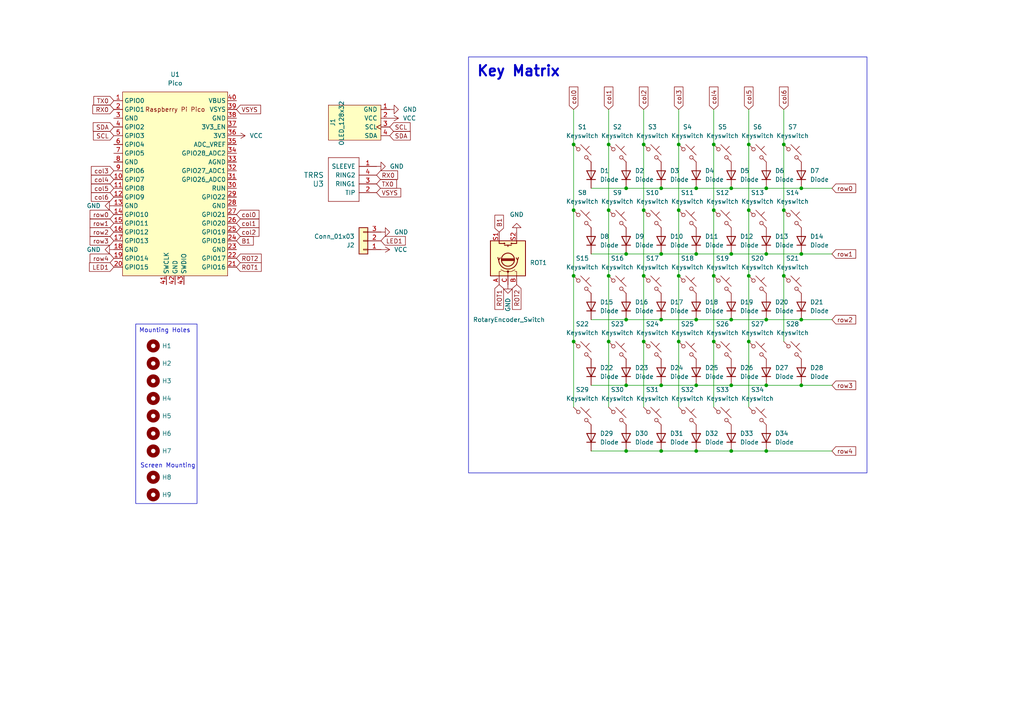
<source format=kicad_sch>
(kicad_sch (version 20230121) (generator eeschema)
  (paper "A4")
  (title_block (title "WackyMXter"))
  (lib_symbols
    (symbol "Connector_Generic:Conn_01x03" (pin_names (offset 1.016) hide)
      (property "Reference" "J" (at 0 5.08 0))
      (property "Value" "Conn_01x03" (at 0 -5.08 0))
      (symbol "Conn_01x03_1_1"
        (rectangle (start -1.27 -2.413) (end 0 -2.667) (stroke (width 0.1524)))
        (rectangle (start -1.27 0.127) (end 0 -0.127) (stroke (width 0.1524)))
        (rectangle (start -1.27 2.667) (end 0 2.413) (stroke (width 0.1524)))
        (rectangle (start -1.27 3.81) (end 1.27 -3.81) (stroke (width 0.254)) (fill (type background)))
        (pin passive line (at -5.08 2.54 0) (length 3.81) (name "Pin_1") (number "1"))
        (pin passive line (at -5.08 0 0) (length 3.81) (name "Pin_2") (number "2"))
        (pin passive line (at -5.08 -2.54 0) (length 3.81) (name "Pin_3") (number "3"))
      )
    )
    (symbol "Device:RotaryEncoder_Switch" (pin_names (offset 0.254) hide)
      (property "Reference" "SW" (at 0 6.604 0))
      (property "Value" "RotaryEncoder_Switch" (at 0 -6.604 0))
      (symbol "RotaryEncoder_Switch_0_1"
        (rectangle (start -5.08 5.08) (end 5.08 -5.08) (stroke (width 0.254)) (fill (type background)))
        (circle (center -3.81 0) (radius 0.254) (fill (type outline)))
        (circle (center -0.381 0) (radius 1.905) (stroke (width 0.254)))
        (arc (start -0.381 2.667) (mid -3.0988 -0.0635) (end -0.381 -2.794) (stroke (width 0.254)))
        (polyline (pts (xy -0.635 -1.778) (xy -0.635 1.778)) (stroke (width 0.254)))
        (polyline (pts (xy -0.381 -1.778) (xy -0.381 1.778)) (stroke (width 0.254)))
        (polyline (pts (xy -0.127 1.778) (xy -0.127 -1.778)) (stroke (width 0.254)))
        (polyline (pts (xy 3.81 0) (xy 3.429 0)) (stroke (width 0.254)))
        (polyline (pts (xy 3.81 1.016) (xy 3.81 -1.016)) (stroke (width 0.254)))
        (polyline (pts (xy -5.08 -2.54) (xy -3.81 -2.54) (xy -3.81 -2.032)))
        (polyline (pts (xy -5.08 2.54) (xy -3.81 2.54) (xy -3.81 2.032)))
        (polyline (pts (xy 0.254 -3.048) (xy -0.508 -2.794) (xy 0.127 -2.413)) (stroke (width 0.254)))
        (polyline (pts (xy 0.254 2.921) (xy -0.508 2.667) (xy 0.127 2.286)) (stroke (width 0.254)))
        (polyline (pts (xy 5.08 -2.54) (xy 4.318 -2.54) (xy 4.318 -1.016)) (stroke (width 0.254)))
        (polyline (pts (xy 5.08 2.54) (xy 4.318 2.54) (xy 4.318 1.016)) (stroke (width 0.254)))
        (polyline (pts (xy -5.08 0) (xy -3.81 0) (xy -3.81 -1.016) (xy -3.302 -2.032)))
        (polyline (pts (xy -4.318 0) (xy -3.81 0) (xy -3.81 1.016) (xy -3.302 2.032)))
        (circle (center 4.318 -1.016) (radius 0.127) (stroke (width 0.254)))
        (circle (center 4.318 1.016) (radius 0.127) (stroke (width 0.254)))
      )
      (symbol "RotaryEncoder_Switch_1_1"
        (pin passive line (at -7.62 2.54 0) (length 2.54) (name "A") (number "A"))
        (pin passive line (at -7.62 -2.54 0) (length 2.54) (name "B") (number "B"))
        (pin passive line (at -7.62 0 0) (length 2.54) (name "C") (number "C"))
        (pin passive line (at 7.62 2.54 180) (length 2.54) (name "S1") (number "S1"))
        (pin passive line (at 7.62 -2.54 180) (length 2.54) (name "S2") (number "S2"))
      )
    )
    (symbol "MCU_RaspberryPi_and_Boards:Pico"
      (property "Reference" "U" (at -13.97 27.94 0))
      (property "Value" "Pico" (at 0 19.05 0))
      (symbol "Pico_0_0"
        (text "Raspberry Pi Pico" (at 0 21.59 0) (effects (font (size 1.27 1.27))))
      )
      (symbol "Pico_0_1"
        (rectangle (start -15.24 26.67) (end 15.24 -26.67) (fill (type background)))
      )
      (symbol "Pico_1_1"
        (pin bidirectional line (at -17.78 24.13 0) (length 2.54) (name "GPIO0") (number "1"))
        (pin bidirectional line (at -17.78 1.27 0) (length 2.54) (name "GPIO7") (number "10"))
        (pin bidirectional line (at -17.78 -1.27 0) (length 2.54) (name "GPIO8") (number "11"))
        (pin bidirectional line (at -17.78 -3.81 0) (length 2.54) (name "GPIO9") (number "12"))
        (pin power_in line (at -17.78 -6.35 0) (length 2.54) (name "GND") (number "13"))
        (pin bidirectional line (at -17.78 -8.89 0) (length 2.54) (name "GPIO10") (number "14"))
        (pin bidirectional line (at -17.78 -11.43 0) (length 2.54) (name "GPIO11") (number "15"))
        (pin bidirectional line (at -17.78 -13.97 0) (length 2.54) (name "GPIO12") (number "16"))
        (pin bidirectional line (at -17.78 -16.51 0) (length 2.54) (name "GPIO13") (number "17"))
        (pin power_in line (at -17.78 -19.05 0) (length 2.54) (name "GND") (number "18"))
        (pin bidirectional line (at -17.78 -21.59 0) (length 2.54) (name "GPIO14") (number "19"))
        (pin bidirectional line (at -17.78 21.59 0) (length 2.54) (name "GPIO1") (number "2"))
        (pin bidirectional line (at -17.78 -24.13 0) (length 2.54) (name "GPIO15") (number "20"))
        (pin bidirectional line (at 17.78 -24.13 180) (length 2.54) (name "GPIO16") (number "21"))
        (pin bidirectional line (at 17.78 -21.59 180) (length 2.54) (name "GPIO17") (number "22"))
        (pin power_in line (at 17.78 -19.05 180) (length 2.54) (name "GND") (number "23"))
        (pin bidirectional line (at 17.78 -16.51 180) (length 2.54) (name "GPIO18") (number "24"))
        (pin bidirectional line (at 17.78 -13.97 180) (length 2.54) (name "GPIO19") (number "25"))
        (pin bidirectional line (at 17.78 -11.43 180) (length 2.54) (name "GPIO20") (number "26"))
        (pin bidirectional line (at 17.78 -8.89 180) (length 2.54) (name "GPIO21") (number "27"))
        (pin power_in line (at 17.78 -6.35 180) (length 2.54) (name "GND") (number "28"))
        (pin bidirectional line (at 17.78 -3.81 180) (length 2.54) (name "GPIO22") (number "29"))
        (pin power_in line (at -17.78 19.05 0) (length 2.54) (name "GND") (number "3"))
        (pin input line (at 17.78 -1.27 180) (length 2.54) (name "RUN") (number "30"))
        (pin bidirectional line (at 17.78 1.27 180) (length 2.54) (name "GPIO26_ADC0") (number "31"))
        (pin bidirectional line (at 17.78 3.81 180) (length 2.54) (name "GPIO27_ADC1") (number "32"))
        (pin power_in line (at 17.78 6.35 180) (length 2.54) (name "AGND") (number "33"))
        (pin bidirectional line (at 17.78 8.89 180) (length 2.54) (name "GPIO28_ADC2") (number "34"))
        (pin power_in line (at 17.78 11.43 180) (length 2.54) (name "ADC_VREF") (number "35"))
        (pin power_in line (at 17.78 13.97 180) (length 2.54) (name "3V3") (number "36"))
        (pin input line (at 17.78 16.51 180) (length 2.54) (name "3V3_EN") (number "37"))
        (pin bidirectional line (at 17.78 19.05 180) (length 2.54) (name "GND") (number "38"))
        (pin power_in line (at 17.78 21.59 180) (length 2.54) (name "VSYS") (number "39"))
        (pin bidirectional line (at -17.78 16.51 0) (length 2.54) (name "GPIO2") (number "4"))
        (pin power_in line (at 17.78 24.13 180) (length 2.54) (name "VBUS") (number "40"))
        (pin input line (at -2.54 -29.21 90) (length 2.54) (name "SWCLK") (number "41"))
        (pin power_in line (at 0 -29.21 90) (length 2.54) (name "GND") (number "42"))
        (pin bidirectional line (at 2.54 -29.21 90) (length 2.54) (name "SWDIO") (number "43"))
        (pin bidirectional line (at -17.78 13.97 0) (length 2.54) (name "GPIO3") (number "5"))
        (pin bidirectional line (at -17.78 11.43 0) (length 2.54) (name "GPIO4") (number "6"))
        (pin bidirectional line (at -17.78 8.89 0) (length 2.54) (name "GPIO5") (number "7"))
        (pin power_in line (at -17.78 6.35 0) (length 2.54) (name "GND") (number "8"))
        (pin bidirectional line (at -17.78 3.81 0) (length 2.54) (name "GPIO6") (number "9"))
      )
    )
    (symbol "Mechanical:MountingHole" (pin_names (offset 1.016))
      (property "Reference" "H" (at 0 5.08 0))
      (property "Value" "MountingHole" (at 0 3.175 0))
      (symbol "MountingHole_0_1"
        (circle (center 0 0) (radius 1.27) (stroke (width 1.27)))
      )
    )
    (symbol "ScottoKeebs:OLED_128x32" (pin_names (offset 1.016))
      (property "Reference" "J" (at 0 -6.35 0))
      (property "Value" "OLED_128x32" (at 0 6.35 0))
      (symbol "OLED_128x32_0_1"
        (rectangle (start 0 5.08) (end 15.24 -5.08) (fill (type background)))
      )
      (symbol "OLED_128x32_1_1"
        (pin power_in line (at -2.54 -3.81 0) (length 2.54) (name "GND") (number "1"))
        (pin power_in line (at -2.54 -1.27 0) (length 2.54) (name "VCC") (number "2"))
        (pin input clock (at -2.54 1.27 0) (length 2.54) (name "SCL") (number "3"))
        (pin bidirectional line (at -2.54 3.81 0) (length 2.54) (name "SDA") (number "4"))
      )
    )
    (symbol "ScottoKeebs:Placeholder_Diode" (pin_numbers hide) (pin_names hide)
      (property "Reference" "D" (at 0 2.54 0))
      (property "Value" "Diode" (at 0 -2.54 0))
      (symbol "Placeholder_Diode_0_1"
        (polyline (pts (xy -1.27 1.27) (xy -1.27 -1.27)) (stroke (width 0.254)))
        (polyline (pts (xy 1.27 0) (xy -1.27 0)))
        (polyline (pts (xy 1.27 1.27) (xy 1.27 -1.27) (xy -1.27 0) (xy 1.27 1.27)) (stroke (width 0.254)))
      )
      (symbol "Placeholder_Diode_1_1"
        (pin passive line (at -3.81 0 0) (length 2.54) (name "K") (number "1"))
        (pin passive line (at 3.81 0 180) (length 2.54) (name "A") (number "2"))
      )
    )
    (symbol "ScottoKeebs:Placeholder_Keyswitch" (pin_numbers hide) (pin_names (offset 1.016) hide)
      (property "Reference" "S" (at 3.048 1.016 0))
      (property "Value" "Keyswitch" (at 0 -3.81 0))
      (symbol "Placeholder_Keyswitch_0_1"
        (circle (center -1.1684 1.1684) (radius 0.508))
        (polyline (pts (xy -0.508 2.54) (xy 2.54 -0.508)))
        (polyline (pts (xy 1.016 1.016) (xy 2.032 2.032)))
        (polyline (pts (xy -2.54 2.54) (xy -1.524 1.524) (xy -1.524 1.524)))
        (polyline (pts (xy 1.524 -1.524) (xy 2.54 -2.54) (xy 2.54 -2.54) (xy 2.54 -2.54)))
        (circle (center 1.143 -1.1938) (radius 0.508))
        (pin passive line (at -2.54 2.54 0) (length 0) (name "1") (number "1"))
        (pin passive line (at 2.54 -2.54 180) (length 0) (name "2") (number "2"))
      )
    )
    (symbol "ScottoKeebs:Placeholder_TRRS" (pin_names (offset 1.016))
      (property "Reference" "U" (at 0 15.24 0))
      (property "Value" "TRRS" (at 0 -2.54 0))
      (symbol "Placeholder_TRRS_0_1"
        (rectangle (start -3.81 0) (end -3.81 12.7))
        (rectangle (start -3.81 0) (end 5.08 0))
        (rectangle (start -3.81 12.7) (end 5.08 12.7))
        (rectangle (start 5.08 12.7) (end 5.08 0))
      )
      (symbol "Placeholder_TRRS_1_1"
        (pin input line (at -8.89 2.54 0) (length 5.08) (name "SLEEVE") (number "1"))
        (pin input line (at -8.89 10.16 0) (length 5.08) (name "TIP") (number "2"))
        (pin input line (at -8.89 7.62 0) (length 5.08) (name "RING1") (number "3"))
        (pin input line (at -8.89 5.08 0) (length 5.08) (name "RING2") (number "4"))
      )
    )
    (symbol "power:GND" (power) (pin_names (offset 0))
      (property "Value" "GND" (at 0 -3.81 0))
      (symbol "GND_0_1"
        (polyline (pts (xy 0 0) (xy 0 -1.27) (xy 1.27 -1.27) (xy 0 -2.54) (xy -1.27 -1.27) (xy 0 -1.27)))
      )
      (symbol "GND_1_1"
        (pin power_in line (at 0 0 270) (length 0) hide (name "GND") (number "1"))
      )
    )
    (symbol "power:VCC" (power) (pin_names (offset 0))
      (property "Value" "VCC" (at 0 3.81 0))
      (symbol "VCC_0_1"
        (polyline (pts (xy -0.762 1.27) (xy 0 2.54)))
        (polyline (pts (xy 0 0) (xy 0 2.54)))
        (polyline (pts (xy 0 2.54) (xy 0.762 1.27)))
      )
      (symbol "VCC_1_1"
        (pin power_in line (at 0 0 90) (length 0) hide (name "VCC") (number "1"))
      )
    )
  )
  (junction (at 191.77 130.81))
  (junction (at 207.01 80.01))
  (junction (at 176.53 41.91))
  (junction (at 181.61 92.71))
  (junction (at 227.33 60.96))
  (junction (at 196.85 41.91))
  (junction (at 201.93 73.66))
  (junction (at 186.69 99.06))
  (junction (at 166.37 99.06))
  (junction (at 191.77 54.61))
  (junction (at 207.01 41.91))
  (junction (at 212.09 111.76))
  (junction (at 181.61 111.76))
  (junction (at 232.41 54.61))
  (junction (at 196.85 99.06))
  (junction (at 207.01 60.96))
  (junction (at 232.41 73.66))
  (junction (at 222.25 73.66))
  (junction (at 227.33 41.91))
  (junction (at 222.25 130.81))
  (junction (at 207.01 99.06))
  (junction (at 186.69 60.96))
  (junction (at 181.61 73.66))
  (junction (at 222.25 92.71))
  (junction (at 186.69 80.01))
  (junction (at 222.25 111.76))
  (junction (at 201.93 54.61))
  (junction (at 232.41 111.76))
  (junction (at 212.09 130.81))
  (junction (at 196.85 60.96))
  (junction (at 217.17 41.91))
  (junction (at 227.33 80.01))
  (junction (at 217.17 60.96))
  (junction (at 176.53 80.01))
  (junction (at 196.85 80.01))
  (junction (at 212.09 92.71))
  (junction (at 212.09 73.66))
  (junction (at 201.93 92.71))
  (junction (at 181.61 130.81))
  (junction (at 166.37 80.01))
  (junction (at 191.77 111.76))
  (junction (at 176.53 99.06))
  (junction (at 232.41 92.71))
  (junction (at 217.17 99.06))
  (junction (at 201.93 111.76))
  (junction (at 191.77 92.71))
  (junction (at 217.17 80.01))
  (junction (at 222.25 54.61))
  (junction (at 166.37 60.96))
  (junction (at 212.09 54.61))
  (junction (at 181.61 54.61))
  (junction (at 186.69 41.91))
  (junction (at 201.93 130.81))
  (junction (at 176.53 60.96))
  (junction (at 191.77 73.66))
  (junction (at 166.37 41.91))
  (wire (pts (xy 166.37 99.06) (xy 166.37 118.11)))
  (wire (pts (xy 207.01 99.06) (xy 207.01 118.11)))
  (wire (pts (xy 196.85 31.75) (xy 196.85 41.91)))
  (wire (pts (xy 196.85 99.06) (xy 196.85 118.11)))
  (wire (pts (xy 186.69 41.91) (xy 186.69 60.96)))
  (wire (pts (xy 181.61 111.76) (xy 191.77 111.76)))
  (wire (pts (xy 217.17 31.75) (xy 217.17 41.91)))
  (wire (pts (xy 196.85 60.96) (xy 196.85 80.01)))
  (wire (pts (xy 212.09 54.61) (xy 222.25 54.61)))
  (wire (pts (xy 191.77 130.81) (xy 201.93 130.81)))
  (wire (pts (xy 241.3 111.76) (xy 232.41 111.76)))
  (wire (pts (xy 191.77 111.76) (xy 201.93 111.76)))
  (wire (pts (xy 232.41 54.61) (xy 241.3 54.61)))
  (wire (pts (xy 201.93 92.71) (xy 212.09 92.71)))
  (wire (pts (xy 217.17 80.01) (xy 217.17 99.06)))
  (wire (pts (xy 166.37 31.75) (xy 166.37 41.91)))
  (wire (pts (xy 171.45 111.76) (xy 181.61 111.76)))
  (wire (pts (xy 227.33 31.75) (xy 227.33 41.91)))
  (wire (pts (xy 191.77 92.71) (xy 201.93 92.71)))
  (wire (pts (xy 222.25 73.66) (xy 232.41 73.66)))
  (wire (pts (xy 201.93 54.61) (xy 212.09 54.61)))
  (wire (pts (xy 232.41 73.66) (xy 241.3 73.66)))
  (wire (pts (xy 171.45 73.66) (xy 181.61 73.66)))
  (wire (pts (xy 207.01 60.96) (xy 207.01 80.01)))
  (wire (pts (xy 207.01 41.91) (xy 207.01 60.96)))
  (wire (pts (xy 171.45 92.71) (xy 181.61 92.71)))
  (wire (pts (xy 227.33 80.01) (xy 227.33 99.06)))
  (wire (pts (xy 181.61 130.81) (xy 191.77 130.81)))
  (wire (pts (xy 212.09 130.81) (xy 222.25 130.81)))
  (wire (pts (xy 222.25 54.61) (xy 232.41 54.61)))
  (wire (pts (xy 217.17 60.96) (xy 217.17 80.01)))
  (wire (pts (xy 207.01 31.75) (xy 207.01 41.91)))
  (wire (pts (xy 171.45 54.61) (xy 181.61 54.61)))
  (wire (pts (xy 222.25 130.81) (xy 241.3 130.81)))
  (wire (pts (xy 222.25 92.71) (xy 232.41 92.71)))
  (wire (pts (xy 217.17 41.91) (xy 217.17 60.96)))
  (wire (pts (xy 186.69 60.96) (xy 186.69 80.01)))
  (wire (pts (xy 222.25 111.76) (xy 232.41 111.76)))
  (wire (pts (xy 191.77 73.66) (xy 201.93 73.66)))
  (wire (pts (xy 186.69 31.75) (xy 186.69 41.91)))
  (wire (pts (xy 171.45 130.81) (xy 181.61 130.81)))
  (wire (pts (xy 176.53 41.91) (xy 176.53 60.96)))
  (wire (pts (xy 176.53 99.06) (xy 176.53 118.11)))
  (wire (pts (xy 181.61 54.61) (xy 191.77 54.61)))
  (wire (pts (xy 212.09 111.76) (xy 222.25 111.76)))
  (wire (pts (xy 186.69 99.06) (xy 186.69 118.11)))
  (wire (pts (xy 232.41 92.71) (xy 241.3 92.71)))
  (wire (pts (xy 212.09 73.66) (xy 222.25 73.66)))
  (wire (pts (xy 166.37 60.96) (xy 166.37 80.01)))
  (wire (pts (xy 217.17 99.06) (xy 217.17 118.11)))
  (wire (pts (xy 191.77 54.61) (xy 201.93 54.61)))
  (wire (pts (xy 176.53 60.96) (xy 176.53 80.01)))
  (wire (pts (xy 207.01 80.01) (xy 207.01 99.06)))
  (wire (pts (xy 186.69 80.01) (xy 186.69 99.06)))
  (wire (pts (xy 196.85 80.01) (xy 196.85 99.06)))
  (wire (pts (xy 196.85 41.91) (xy 196.85 60.96)))
  (wire (pts (xy 227.33 41.91) (xy 227.33 60.96)))
  (wire (pts (xy 201.93 73.66) (xy 212.09 73.66)))
  (wire (pts (xy 176.53 80.01) (xy 176.53 99.06)))
  (wire (pts (xy 201.93 130.81) (xy 212.09 130.81)))
  (wire (pts (xy 227.33 60.96) (xy 227.33 80.01)))
  (wire (pts (xy 212.09 92.71) (xy 222.25 92.71)))
  (wire (pts (xy 166.37 80.01) (xy 166.37 99.06)))
  (wire (pts (xy 181.61 73.66) (xy 191.77 73.66)))
  (wire (pts (xy 166.37 41.91) (xy 166.37 60.96)))
  (wire (pts (xy 181.61 92.71) (xy 191.77 92.71)))
  (wire (pts (xy 201.93 111.76) (xy 212.09 111.76)))
  (wire (pts (xy 176.53 31.75) (xy 176.53 41.91)))
  (text_box "Key Matrix\n" (at 135.89 16.51 0) (size 115.57 120.65) (effects (font (size 3 3) (thickness 0.6) bold) (justify left top)))
  (text_box "Mounting Holes\n" (at 39.37 93.98 0) (size 17.78 52.07) (effects (font (size 1.27 1.27)) (justify left top)))
  (text "Screen Mounting" (at 40.64 135.89 0) (effects (font (size 1.27 1.27)) (justify left bottom)))
  (global_label "row0" (shape input) (at 241.3 54.61 0) (property "Intersheetrefs" "${INTERSHEET_REFS}" (effects hide)))
  (global_label "col3" (shape input) (at 196.85 31.75 90) (property "Intersheetrefs" "${INTERSHEET_REFS}" (effects hide)))
  (global_label "row1" (shape input) (at 241.3 73.66 0) (property "Intersheetrefs" "${INTERSHEET_REFS}" (effects hide)))
  (global_label "col4" (shape input) (at 207.01 31.75 90) (property "Intersheetrefs" "${INTERSHEET_REFS}" (effects hide)))
  (global_label "TX0" (shape input) (at 33.02 29.21 180) (property "Intersheetrefs" "${INTERSHEET_REFS}" (effects hide)))
  (global_label "VSYS" (shape input) (at 109.22 55.88 0) (property "Intersheetrefs" "${INTERSHEET_REFS}" (effects hide)))
  (global_label "col2" (shape input) (at 186.69 31.75 90) (property "Intersheetrefs" "${INTERSHEET_REFS}" (effects hide)))
  (global_label "col2" (shape input) (at 68.58 67.31 0) (property "Intersheetrefs" "${INTERSHEET_REFS}" (effects hide)))
  (global_label "col1" (shape input) (at 68.58 64.77 0) (property "Intersheetrefs" "${INTERSHEET_REFS}" (effects hide)))
  (global_label "row3" (shape input) (at 33.02 69.85 180) (property "Intersheetrefs" "${INTERSHEET_REFS}" (effects hide)))
  (global_label "RX0" (shape input) (at 33.02 31.75 180) (property "Intersheetrefs" "${INTERSHEET_REFS}" (effects hide)))
  (global_label "SDA" (shape input) (at 113.03 39.37 0) (property "Intersheetrefs" "${INTERSHEET_REFS}" (effects hide)))
  (global_label "col5" (shape input) (at 217.17 31.75 90) (property "Intersheetrefs" "${INTERSHEET_REFS}" (effects hide)))
  (global_label "SCL" (shape input) (at 33.02 39.37 180) (property "Intersheetrefs" "${INTERSHEET_REFS}" (effects hide)))
  (global_label "col3" (shape input) (at 33.02 49.53 180) (property "Intersheetrefs" "${INTERSHEET_REFS}" (effects hide)))
  (global_label "col6" (shape input) (at 227.33 31.75 90) (property "Intersheetrefs" "${INTERSHEET_REFS}" (effects hide)))
  (global_label "TX0" (shape input) (at 109.22 53.34 0) (property "Intersheetrefs" "${INTERSHEET_REFS}" (effects hide)))
  (global_label "col6" (shape input) (at 33.02 57.15 180) (property "Intersheetrefs" "${INTERSHEET_REFS}" (effects hide)))
  (global_label "SCL" (shape input) (at 113.03 36.83 0) (property "Intersheetrefs" "${INTERSHEET_REFS}" (effects hide)))
  (global_label "LED1" (shape input) (at 110.49 69.85 0) (property "Intersheetrefs" "${INTERSHEET_REFS}" (effects hide)))
  (global_label "B1" (shape input) (at 144.78 67.31 90) (property "Intersheetrefs" "${INTERSHEET_REFS}" (effects hide)))
  (global_label "col4" (shape input) (at 33.02 52.07 180) (property "Intersheetrefs" "${INTERSHEET_REFS}" (effects hide)))
  (global_label "row2" (shape input) (at 33.02 67.31 180) (property "Intersheetrefs" "${INTERSHEET_REFS}" (effects hide)))
  (global_label "ROT1" (shape input) (at 68.58 77.47 0) (property "Intersheetrefs" "${INTERSHEET_REFS}" (effects hide)))
  (global_label "row0" (shape input) (at 33.02 62.23 180) (property "Intersheetrefs" "${INTERSHEET_REFS}" (effects hide)))
  (global_label "ROT2" (shape input) (at 149.86 82.55 270) (property "Intersheetrefs" "${INTERSHEET_REFS}" (effects hide)))
  (global_label "row4" (shape input) (at 241.3 130.81 0) (property "Intersheetrefs" "${INTERSHEET_REFS}" (effects hide)))
  (global_label "row2" (shape input) (at 241.3 92.71 0) (property "Intersheetrefs" "${INTERSHEET_REFS}" (effects hide)))
  (global_label "row4" (shape input) (at 33.02 74.93 180) (property "Intersheetrefs" "${INTERSHEET_REFS}" (effects hide)))
  (global_label "ROT2" (shape input) (at 68.58 74.93 0) (property "Intersheetrefs" "${INTERSHEET_REFS}" (effects hide)))
  (global_label "row3" (shape input) (at 241.3 111.76 0) (property "Intersheetrefs" "${INTERSHEET_REFS}" (effects hide)))
  (global_label "col0" (shape input) (at 166.37 31.75 90) (property "Intersheetrefs" "${INTERSHEET_REFS}" (effects hide)))
  (global_label "ROT1" (shape input) (at 144.78 82.55 270) (property "Intersheetrefs" "${INTERSHEET_REFS}" (effects hide)))
  (global_label "col0" (shape input) (at 68.58 62.23 0) (property "Intersheetrefs" "${INTERSHEET_REFS}" (effects hide)))
  (global_label "col5" (shape input) (at 33.02 54.61 180) (property "Intersheetrefs" "${INTERSHEET_REFS}" (effects hide)))
  (global_label "VSYS" (shape input) (at 68.58 31.75 0) (property "Intersheetrefs" "${INTERSHEET_REFS}" (effects hide)))
  (global_label "RX0" (shape input) (at 109.22 50.8 0) (property "Intersheetrefs" "${INTERSHEET_REFS}" (effects hide)))
  (global_label "B1" (shape input) (at 68.58 69.85 0) (property "Intersheetrefs" "${INTERSHEET_REFS}" (effects hide)))
  (global_label "col1" (shape input) (at 176.53 31.75 90) (property "Intersheetrefs" "${INTERSHEET_REFS}" (effects hide)))
  (global_label "LED1" (shape input) (at 33.02 77.47 180) (property "Intersheetrefs" "${INTERSHEET_REFS}" (effects hide)))
  (global_label "row1" (shape input) (at 33.02 64.77 180) (property "Intersheetrefs" "${INTERSHEET_REFS}" (effects hide)))
  (global_label "SDA" (shape input) (at 33.02 36.83 180) (property "Intersheetrefs" "${INTERSHEET_REFS}" (effects hide)))
  (symbol (lib_id "ScottoKeebs:Placeholder_Diode") (at 181.61 127 90) (unit 1)
    (property "Reference" "D30" (at 184.15 125.73 90) (effects (justify right)))
    (property "Value" "Diode" (at 184.15 128.27 90) (effects (justify right)))
    (property "Footprint" "Keebio-Parts:Diode-Hybrid-Back" (effects hide))
    (property "Sim.Device" "D" (effects hide))
    (property "Sim.Pins" "1=K 2=A" (effects hide))
  )
  (symbol (lib_id "ScottoKeebs:Placeholder_Diode") (at 232.41 69.85 90) (unit 1)
    (property "Reference" "D14" (at 234.95 68.58 90) (effects (justify right)))
    (property "Value" "Diode" (at 234.95 71.12 90) (effects (justify right)))
    (property "Footprint" "Keebio-Parts:Diode-Hybrid-Back" (effects hide))
    (property "Sim.Device" "D" (effects hide))
    (property "Sim.Pins" "1=K 2=A" (effects hide))
  )
  (symbol (lib_id "ScottoKeebs:Placeholder_Keyswitch") (at 209.55 82.55 0) (unit 1)
    (property "Reference" "S19" (at 209.55 74.93 0))
    (property "Value" "Keyswitch" (at 209.55 77.47 0))
    (property "Footprint" "keyswitches:Kailh_socket_MX_optional" (effects hide))
  )
  (symbol (lib_id "ScottoKeebs:Placeholder_Diode") (at 171.45 107.95 90) (unit 1)
    (property "Reference" "D22" (at 173.99 106.68 90) (effects (justify right)))
    (property "Value" "Diode" (at 173.99 109.22 90) (effects (justify right)))
    (property "Footprint" "Keebio-Parts:Diode-Hybrid-Back" (effects hide))
    (property "Sim.Device" "D" (effects hide))
    (property "Sim.Pins" "1=K 2=A" (effects hide))
  )
  (symbol (lib_id "ScottoKeebs:Placeholder_Diode") (at 181.61 50.8 90) (unit 1)
    (property "Reference" "D2" (at 184.15 49.53 90) (effects (justify right)))
    (property "Value" "Diode" (at 184.15 52.07 90) (effects (justify right)))
    (property "Footprint" "Keebio-Parts:Diode-Hybrid-Back" (effects hide))
    (property "Sim.Device" "D" (effects hide))
    (property "Sim.Pins" "1=K 2=A" (effects hide))
  )
  (symbol (lib_id "ScottoKeebs:Placeholder_Keyswitch") (at 229.87 82.55 0) (unit 1)
    (property "Reference" "S21" (at 229.87 74.93 0))
    (property "Value" "Keyswitch" (at 229.87 77.47 0))
    (property "Footprint" "keyswitches:Kailh_socket_MX_optional" (effects hide))
  )
  (symbol (lib_id "Mechanical:MountingHole") (at 44.45 120.65 0) (unit 1)
    (property "Reference" "H5" (at 46.99 120.65 0) (effects (justify left)))
    (property "Value" "MountingHole" (effects hide))
    (property "Footprint" "MountingHole:MountingHole_2.2mm_M2" (effects hide))
  )
  (symbol (lib_id "Mechanical:MountingHole") (at 44.45 100.33 0) (unit 1)
    (property "Reference" "H1" (at 46.99 100.33 0) (effects (justify left)))
    (property "Value" "MountingHole" (effects hide))
    (property "Footprint" "MountingHole:MountingHole_2.2mm_M2" (effects hide))
  )
  (symbol (lib_id "ScottoKeebs:Placeholder_Diode") (at 201.93 50.8 90) (unit 1)
    (property "Reference" "D4" (at 204.47 49.53 90) (effects (justify right)))
    (property "Value" "Diode" (at 204.47 52.07 90) (effects (justify right)))
    (property "Footprint" "Keebio-Parts:Diode-Hybrid-Back" (effects hide))
    (property "Sim.Device" "D" (effects hide))
    (property "Sim.Pins" "1=K 2=A" (effects hide))
  )
  (symbol (lib_id "ScottoKeebs:Placeholder_Diode") (at 191.77 50.8 90) (unit 1)
    (property "Reference" "D3" (at 194.31 49.53 90) (effects (justify right)))
    (property "Value" "Diode" (at 194.31 52.07 90) (effects (justify right)))
    (property "Footprint" "Keebio-Parts:Diode-Hybrid-Back" (effects hide))
    (property "Sim.Device" "D" (effects hide))
    (property "Sim.Pins" "1=K 2=A" (effects hide))
  )
  (symbol (lib_id "ScottoKeebs:Placeholder_Diode") (at 212.09 69.85 90) (unit 1)
    (property "Reference" "D12" (at 214.63 68.58 90) (effects (justify right)))
    (property "Value" "Diode" (at 214.63 71.12 90) (effects (justify right)))
    (property "Footprint" "Keebio-Parts:Diode-Hybrid-Back" (effects hide))
    (property "Sim.Device" "D" (effects hide))
    (property "Sim.Pins" "1=K 2=A" (effects hide))
  )
  (symbol (lib_id "ScottoKeebs:Placeholder_Keyswitch") (at 219.71 120.65 0) (unit 1)
    (property "Reference" "S34" (at 219.71 113.03 0))
    (property "Value" "Keyswitch" (at 219.71 115.57 0))
    (property "Footprint" "keyswitches:Kailh_socket_MX_optional" (effects hide))
  )
  (symbol (lib_id "ScottoKeebs:Placeholder_Keyswitch") (at 179.07 44.45 0) (unit 1)
    (property "Reference" "S2" (at 179.07 36.83 0))
    (property "Value" "Keyswitch" (at 179.07 39.37 0))
    (property "Footprint" "keyswitches:Kailh_socket_MX_optional" (effects hide))
  )
  (symbol (lib_id "ScottoKeebs:Placeholder_Keyswitch") (at 168.91 120.65 0) (unit 1)
    (property "Reference" "S29" (at 168.91 113.03 0))
    (property "Value" "Keyswitch" (at 168.91 115.57 0))
    (property "Footprint" "keyswitches:Kailh_socket_MX_optional" (effects hide))
  )
  (symbol (lib_id "ScottoKeebs:Placeholder_Diode") (at 201.93 69.85 90) (unit 1)
    (property "Reference" "D11" (at 204.47 68.58 90) (effects (justify right)))
    (property "Value" "Diode" (at 204.47 71.12 90) (effects (justify right)))
    (property "Footprint" "Keebio-Parts:Diode-Hybrid-Back" (effects hide))
    (property "Sim.Device" "D" (effects hide))
    (property "Sim.Pins" "1=K 2=A" (effects hide))
  )
  (symbol (lib_id "ScottoKeebs:Placeholder_Keyswitch") (at 199.39 44.45 0) (unit 1)
    (property "Reference" "S4" (at 199.39 36.83 0))
    (property "Value" "Keyswitch" (at 199.39 39.37 0))
    (property "Footprint" "keyswitches:Kailh_socket_MX_optional" (effects hide))
  )
  (symbol (lib_id "power:VCC") (at 110.49 72.39 270) (unit 1)
    (property "Reference" "#PWR017" (effects hide))
    (property "Value" "VCC" (at 114.3 72.39 90) (effects (justify left)))
  )
  (symbol (lib_id "ScottoKeebs:Placeholder_Keyswitch") (at 179.07 63.5 0) (unit 1)
    (property "Reference" "S9" (at 179.07 55.88 0))
    (property "Value" "Keyswitch" (at 179.07 58.42 0))
    (property "Footprint" "keyswitches:Kailh_socket_MX_optional" (effects hide))
  )
  (symbol (lib_id "ScottoKeebs:Placeholder_Keyswitch") (at 229.87 44.45 0) (unit 1)
    (property "Reference" "S7" (at 229.87 36.83 0))
    (property "Value" "Keyswitch" (at 229.87 39.37 0))
    (property "Footprint" "keyswitches:Kailh_socket_MX_optional" (effects hide))
  )
  (symbol (lib_id "ScottoKeebs:Placeholder_Diode") (at 171.45 127 90) (unit 1)
    (property "Reference" "D29" (at 173.99 125.73 90) (effects (justify right)))
    (property "Value" "Diode" (at 173.99 128.27 90) (effects (justify right)))
    (property "Footprint" "Keebio-Parts:Diode-Hybrid-Back" (effects hide))
    (property "Sim.Device" "D" (effects hide))
    (property "Sim.Pins" "1=K 2=A" (effects hide))
  )
  (symbol (lib_id "ScottoKeebs:Placeholder_Diode") (at 232.41 88.9 90) (unit 1)
    (property "Reference" "D21" (at 234.95 87.63 90) (effects (justify right)))
    (property "Value" "Diode" (at 234.95 90.17 90) (effects (justify right)))
    (property "Footprint" "Keebio-Parts:Diode-Hybrid-Back" (effects hide))
    (property "Sim.Device" "D" (effects hide))
    (property "Sim.Pins" "1=K 2=A" (effects hide))
  )
  (symbol (lib_id "power:GND") (at 113.03 31.75 90) (unit 1)
    (property "Reference" "#PWR015" (effects hide))
    (property "Value" "GND" (at 116.84 31.75 90) (effects (justify right)))
  )
  (symbol (lib_id "Mechanical:MountingHole") (at 44.45 110.49 0) (unit 1)
    (property "Reference" "H3" (at 46.99 110.49 0) (effects (justify left)))
    (property "Value" "MountingHole" (effects hide))
    (property "Footprint" "MountingHole:MountingHole_2.2mm_M2" (effects hide))
  )
  (symbol (lib_id "ScottoKeebs:Placeholder_Keyswitch") (at 168.91 82.55 0) (unit 1)
    (property "Reference" "S15" (at 168.91 74.93 0))
    (property "Value" "Keyswitch" (at 168.91 77.47 0))
    (property "Footprint" "keyswitches:Kailh_socket_MX_optional" (effects hide))
  )
  (symbol (lib_id "ScottoKeebs:Placeholder_Keyswitch") (at 199.39 120.65 0) (unit 1)
    (property "Reference" "S32" (at 199.39 113.03 0))
    (property "Value" "Keyswitch" (at 199.39 115.57 0))
    (property "Footprint" "keyswitches:Kailh_socket_MX_optional" (effects hide))
  )
  (symbol (lib_id "ScottoKeebs:OLED_128x32") (at 110.49 35.56 180) (unit 1)
    (property "Reference" "J1" (at 96.52 34.29 90) (effects (justify left)))
    (property "Value" "OLED_128x32" (at 99.06 29.21 90) (effects (justify left)))
    (property "Footprint" "ScottoKeebs_Components:OLED_128x32" (effects hide))
  )
  (symbol (lib_id "ScottoKeebs:Placeholder_Keyswitch") (at 199.39 63.5 0) (unit 1)
    (property "Reference" "S11" (at 199.39 55.88 0))
    (property "Value" "Keyswitch" (at 199.39 58.42 0))
    (property "Footprint" "keyswitches:Kailh_socket_MX_optional" (effects hide))
  )
  (symbol (lib_id "ScottoKeebs:Placeholder_Diode") (at 201.93 88.9 90) (unit 1)
    (property "Reference" "D18" (at 204.47 87.63 90) (effects (justify right)))
    (property "Value" "Diode" (at 204.47 90.17 90) (effects (justify right)))
    (property "Footprint" "Keebio-Parts:Diode-Hybrid-Back" (effects hide))
    (property "Sim.Device" "D" (effects hide))
    (property "Sim.Pins" "1=K 2=A" (effects hide))
  )
  (symbol (lib_id "ScottoKeebs:Placeholder_Diode") (at 181.61 107.95 90) (unit 1)
    (property "Reference" "D23" (at 184.15 106.68 90) (effects (justify right)))
    (property "Value" "Diode" (at 184.15 109.22 90) (effects (justify right)))
    (property "Footprint" "Keebio-Parts:Diode-Hybrid-Back" (effects hide))
    (property "Sim.Device" "D" (effects hide))
    (property "Sim.Pins" "1=K 2=A" (effects hide))
  )
  (symbol (lib_id "ScottoKeebs:Placeholder_Diode") (at 222.25 88.9 90) (unit 1)
    (property "Reference" "D20" (at 224.79 87.63 90) (effects (justify right)))
    (property "Value" "Diode" (at 224.79 90.17 90) (effects (justify right)))
    (property "Footprint" "Keebio-Parts:Diode-Hybrid-Back" (effects hide))
    (property "Sim.Device" "D" (effects hide))
    (property "Sim.Pins" "1=K 2=A" (effects hide))
  )
  (symbol (lib_id "ScottoKeebs:Placeholder_Keyswitch") (at 219.71 44.45 0) (unit 1)
    (property "Reference" "S6" (at 219.71 36.83 0))
    (property "Value" "Keyswitch" (at 219.71 39.37 0))
    (property "Footprint" "keyswitches:Kailh_socket_MX_optional" (effects hide))
  )
  (symbol (lib_id "ScottoKeebs:Placeholder_Keyswitch") (at 179.07 120.65 0) (unit 1)
    (property "Reference" "S30" (at 179.07 113.03 0))
    (property "Value" "Keyswitch" (at 179.07 115.57 0))
    (property "Footprint" "keyswitches:Kailh_socket_MX_optional" (effects hide))
  )
  (symbol (lib_id "ScottoKeebs:Placeholder_Diode") (at 212.09 127 90) (unit 1)
    (property "Reference" "D33" (at 214.63 125.73 90) (effects (justify right)))
    (property "Value" "Diode" (at 214.63 128.27 90) (effects (justify right)))
    (property "Footprint" "Keebio-Parts:Diode-Hybrid-Back" (effects hide))
    (property "Sim.Device" "D" (effects hide))
    (property "Sim.Pins" "1=K 2=A" (effects hide))
  )
  (symbol (lib_id "ScottoKeebs:Placeholder_Diode") (at 232.41 107.95 90) (unit 1)
    (property "Reference" "D28" (at 234.95 106.68 90) (effects (justify right)))
    (property "Value" "Diode" (at 234.95 109.22 90) (effects (justify right)))
    (property "Footprint" "Keebio-Parts:Diode-Hybrid-Back" (effects hide))
    (property "Sim.Device" "D" (effects hide))
    (property "Sim.Pins" "1=K 2=A" (effects hide))
  )
  (symbol (lib_id "ScottoKeebs:Placeholder_Diode") (at 222.25 50.8 90) (unit 1)
    (property "Reference" "D6" (at 224.79 49.53 90) (effects (justify right)))
    (property "Value" "Diode" (at 224.79 52.07 90) (effects (justify right)))
    (property "Footprint" "Keebio-Parts:Diode-Hybrid-Back" (effects hide))
    (property "Sim.Device" "D" (effects hide))
    (property "Sim.Pins" "1=K 2=A" (effects hide))
  )
  (symbol (lib_id "ScottoKeebs:Placeholder_Diode") (at 201.93 127 90) (unit 1)
    (property "Reference" "D32" (at 204.47 125.73 90) (effects (justify right)))
    (property "Value" "Diode" (at 204.47 128.27 90) (effects (justify right)))
    (property "Footprint" "Keebio-Parts:Diode-Hybrid-Back" (effects hide))
    (property "Sim.Device" "D" (effects hide))
    (property "Sim.Pins" "1=K 2=A" (effects hide))
  )
  (symbol (lib_id "ScottoKeebs:Placeholder_Diode") (at 181.61 88.9 90) (unit 1)
    (property "Reference" "D16" (at 184.15 87.63 90) (effects (justify right)))
    (property "Value" "Diode" (at 184.15 90.17 90) (effects (justify right)))
    (property "Footprint" "Keebio-Parts:Diode-Hybrid-Back" (effects hide))
    (property "Sim.Device" "D" (effects hide))
    (property "Sim.Pins" "1=K 2=A" (effects hide))
  )
  (symbol (lib_id "ScottoKeebs:Placeholder_Diode") (at 171.45 88.9 90) (unit 1)
    (property "Reference" "D15" (at 173.99 87.63 90) (effects (justify right)))
    (property "Value" "Diode" (at 173.99 90.17 90) (effects (justify right)))
    (property "Footprint" "Keebio-Parts:Diode-Hybrid-Back" (effects hide))
    (property "Sim.Device" "D" (effects hide))
    (property "Sim.Pins" "1=K 2=A" (effects hide))
  )
  (symbol (lib_id "ScottoKeebs:Placeholder_Keyswitch") (at 219.71 82.55 0) (unit 1)
    (property "Reference" "S20" (at 219.71 74.93 0))
    (property "Value" "Keyswitch" (at 219.71 77.47 0))
    (property "Footprint" "keyswitches:Kailh_socket_MX_optional" (effects hide))
  )
  (symbol (lib_id "ScottoKeebs:Placeholder_Diode") (at 212.09 107.95 90) (unit 1)
    (property "Reference" "D26" (at 214.63 106.68 90) (effects (justify right)))
    (property "Value" "Diode" (at 214.63 109.22 90) (effects (justify right)))
    (property "Footprint" "Keebio-Parts:Diode-Hybrid-Back" (effects hide))
    (property "Sim.Device" "D" (effects hide))
    (property "Sim.Pins" "1=K 2=A" (effects hide))
  )
  (symbol (lib_id "ScottoKeebs:Placeholder_Keyswitch") (at 168.91 101.6 0) (unit 1)
    (property "Reference" "S22" (at 168.91 93.98 0))
    (property "Value" "Keyswitch" (at 168.91 96.52 0))
    (property "Footprint" "keyswitches:Kailh_socket_MX_optional" (effects hide))
  )
  (symbol (lib_id "ScottoKeebs:Placeholder_Diode") (at 171.45 50.8 90) (unit 1)
    (property "Reference" "D1" (at 173.99 49.53 90) (effects (justify right)))
    (property "Value" "Diode" (at 173.99 52.07 90) (effects (justify right)))
    (property "Footprint" "Keebio-Parts:Diode-Hybrid-Back" (effects hide))
    (property "Sim.Device" "D" (effects hide))
    (property "Sim.Pins" "1=K 2=A" (effects hide))
  )
  (symbol (lib_id "ScottoKeebs:Placeholder_Keyswitch") (at 179.07 101.6 0) (unit 1)
    (property "Reference" "S23" (at 179.07 93.98 0))
    (property "Value" "Keyswitch" (at 179.07 96.52 0))
    (property "Footprint" "keyswitches:Kailh_socket_MX_optional" (effects hide))
  )
  (symbol (lib_id "ScottoKeebs:Placeholder_Diode") (at 232.41 50.8 90) (unit 1)
    (property "Reference" "D7" (at 234.95 49.53 90) (effects (justify right)))
    (property "Value" "Diode" (at 234.95 52.07 90) (effects (justify right)))
    (property "Footprint" "Keebio-Parts:Diode-Hybrid-Back" (effects hide))
    (property "Sim.Device" "D" (effects hide))
    (property "Sim.Pins" "1=K 2=A" (effects hide))
  )
  (symbol (lib_id "ScottoKeebs:Placeholder_Diode") (at 171.45 69.85 90) (unit 1)
    (property "Reference" "D8" (at 173.99 68.58 90) (effects (justify right)))
    (property "Value" "Diode" (at 173.99 71.12 90) (effects (justify right)))
    (property "Footprint" "Keebio-Parts:Diode-Hybrid-Back" (effects hide))
    (property "Sim.Device" "D" (effects hide))
    (property "Sim.Pins" "1=K 2=A" (effects hide))
  )
  (symbol (lib_id "power:GND") (at 109.22 48.26 90) (unit 1)
    (property "Reference" "#PWR01" (effects hide))
    (property "Value" "GND" (at 113.03 48.26 90) (effects (justify right)))
  )
  (symbol (lib_id "ScottoKeebs:Placeholder_Diode") (at 191.77 107.95 90) (unit 1)
    (property "Reference" "D24" (at 194.31 106.68 90) (effects (justify right)))
    (property "Value" "Diode" (at 194.31 109.22 90) (effects (justify right)))
    (property "Footprint" "Keebio-Parts:Diode-Hybrid-Back" (effects hide))
    (property "Sim.Device" "D" (effects hide))
    (property "Sim.Pins" "1=K 2=A" (effects hide))
  )
  (symbol (lib_id "ScottoKeebs:Placeholder_Keyswitch") (at 229.87 101.6 0) (unit 1)
    (property "Reference" "S28" (at 229.87 93.98 0))
    (property "Value" "Keyswitch" (at 229.87 96.52 0))
    (property "Footprint" "keyswitches:Kailh_socket_MX_optional" (effects hide))
  )
  (symbol (lib_id "Mechanical:MountingHole") (at 44.45 143.51 0) (unit 1)
    (property "Reference" "H9" (at 46.99 143.51 0) (effects (justify left)))
    (property "Value" "MountingHole" (effects hide))
    (property "Footprint" "MountingHole:MountingHole_2.2mm_M2" (effects hide))
  )
  (symbol (lib_id "Mechanical:MountingHole") (at 44.45 105.41 0) (unit 1)
    (property "Reference" "H2" (at 46.99 105.41 0) (effects (justify left)))
    (property "Value" "MountingHole" (effects hide))
    (property "Footprint" "MountingHole:MountingHole_2.2mm_M2" (effects hide))
  )
  (symbol (lib_id "power:VCC") (at 68.58 39.37 270) (unit 1)
    (property "Reference" "#PWR02" (effects hide))
    (property "Value" "VCC" (at 72.39 39.37 90) (effects (justify left)))
  )
  (symbol (lib_id "ScottoKeebs:Placeholder_Keyswitch") (at 219.71 63.5 0) (unit 1)
    (property "Reference" "S13" (at 219.71 55.88 0))
    (property "Value" "Keyswitch" (at 219.71 58.42 0))
    (property "Footprint" "keyswitches:Kailh_socket_MX_optional" (effects hide))
  )
  (symbol (lib_id "ScottoKeebs:Placeholder_Keyswitch") (at 168.91 44.45 0) (unit 1)
    (property "Reference" "S1" (at 168.91 36.83 0))
    (property "Value" "Keyswitch" (at 168.91 39.37 0))
    (property "Footprint" "keyswitches:Kailh_socket_MX_optional" (effects hide))
  )
  (symbol (lib_id "power:GND") (at 33.02 72.39 270) (unit 1)
    (property "Reference" "#PWR03" (effects hide))
    (property "Value" "GND" (at 29.21 72.39 90) (effects (justify right)))
  )
  (symbol (lib_id "ScottoKeebs:Placeholder_Diode") (at 222.25 107.95 90) (unit 1)
    (property "Reference" "D27" (at 224.79 106.68 90) (effects (justify right)))
    (property "Value" "Diode" (at 224.79 109.22 90) (effects (justify right)))
    (property "Footprint" "Keebio-Parts:Diode-Hybrid-Back" (effects hide))
    (property "Sim.Device" "D" (effects hide))
    (property "Sim.Pins" "1=K 2=A" (effects hide))
  )
  (symbol (lib_id "ScottoKeebs:Placeholder_Diode") (at 181.61 69.85 90) (unit 1)
    (property "Reference" "D9" (at 184.15 68.58 90) (effects (justify right)))
    (property "Value" "Diode" (at 184.15 71.12 90) (effects (justify right)))
    (property "Footprint" "Keebio-Parts:Diode-Hybrid-Back" (effects hide))
    (property "Sim.Device" "D" (effects hide))
    (property "Sim.Pins" "1=K 2=A" (effects hide))
  )
  (symbol (lib_id "ScottoKeebs:Placeholder_Diode") (at 201.93 107.95 90) (unit 1)
    (property "Reference" "D25" (at 204.47 106.68 90) (effects (justify right)))
    (property "Value" "Diode" (at 204.47 109.22 90) (effects (justify right)))
    (property "Footprint" "Keebio-Parts:Diode-Hybrid-Back" (effects hide))
    (property "Sim.Device" "D" (effects hide))
    (property "Sim.Pins" "1=K 2=A" (effects hide))
  )
  (symbol (lib_id "ScottoKeebs:Placeholder_Diode") (at 191.77 127 90) (unit 1)
    (property "Reference" "D31" (at 194.31 125.73 90) (effects (justify right)))
    (property "Value" "Diode" (at 194.31 128.27 90) (effects (justify right)))
    (property "Footprint" "Keebio-Parts:Diode-Hybrid-Back" (effects hide))
    (property "Sim.Device" "D" (effects hide))
    (property "Sim.Pins" "1=K 2=A" (effects hide))
  )
  (symbol (lib_id "ScottoKeebs:Placeholder_Keyswitch") (at 209.55 120.65 0) (unit 1)
    (property "Reference" "S33" (at 209.55 113.03 0))
    (property "Value" "Keyswitch" (at 209.55 115.57 0))
    (property "Footprint" "keyswitches:Kailh_socket_MX_optional" (effects hide))
  )
  (symbol (lib_id "MCU_RaspberryPi_and_Boards:Pico") (at 50.8 53.34 0) (unit 1)
    (property "Reference" "U1" (at 50.8 21.59 0))
    (property "Value" "Pico" (at 50.8 24.13 0))
    (property "Footprint" "RPi_Pico:RPi_PicoW_SMD_TH" (effects hide))
  )
  (symbol (lib_id "power:VCC") (at 113.03 34.29 270) (unit 1)
    (property "Reference" "#PWR014" (effects hide))
    (property "Value" "VCC" (at 116.84 34.29 90) (effects (justify left)))
  )
  (symbol (lib_id "power:GND") (at 110.49 67.31 90) (unit 1)
    (property "Reference" "#PWR016" (effects hide))
    (property "Value" "GND" (at 114.3 67.31 90) (effects (justify right)))
  )
  (symbol (lib_id "ScottoKeebs:Placeholder_Keyswitch") (at 219.71 101.6 0) (unit 1)
    (property "Reference" "S27" (at 219.71 93.98 0))
    (property "Value" "Keyswitch" (at 219.71 96.52 0))
    (property "Footprint" "keyswitches:Kailh_socket_MX_optional" (effects hide))
  )
  (symbol (lib_id "Mechanical:MountingHole") (at 44.45 115.57 0) (unit 1)
    (property "Reference" "H4" (at 46.99 115.57 0) (effects (justify left)))
    (property "Value" "MountingHole" (effects hide))
    (property "Footprint" "MountingHole:MountingHole_2.2mm_M2" (effects hide))
  )
  (symbol (lib_id "ScottoKeebs:Placeholder_Diode") (at 191.77 69.85 90) (unit 1)
    (property "Reference" "D10" (at 194.31 68.58 90) (effects (justify right)))
    (property "Value" "Diode" (at 194.31 71.12 90) (effects (justify right)))
    (property "Footprint" "Keebio-Parts:Diode-Hybrid-Back" (effects hide))
    (property "Sim.Device" "D" (effects hide))
    (property "Sim.Pins" "1=K 2=A" (effects hide))
  )
  (symbol (lib_id "ScottoKeebs:Placeholder_Keyswitch") (at 189.23 44.45 0) (unit 1)
    (property "Reference" "S3" (at 189.23 36.83 0))
    (property "Value" "Keyswitch" (at 189.23 39.37 0))
    (property "Footprint" "keyswitches:Kailh_socket_MX_optional" (effects hide))
  )
  (symbol (lib_id "Mechanical:MountingHole") (at 44.45 130.81 0) (unit 1)
    (property "Reference" "H7" (at 46.99 130.81 0) (effects (justify left)))
    (property "Value" "MountingHole" (effects hide))
    (property "Footprint" "MountingHole:MountingHole_2.2mm_M2" (effects hide))
  )
  (symbol (lib_id "ScottoKeebs:Placeholder_Diode") (at 222.25 127 90) (unit 1)
    (property "Reference" "D34" (at 224.79 125.73 90) (effects (justify right)))
    (property "Value" "Diode" (at 224.79 128.27 90) (effects (justify right)))
    (property "Footprint" "Keebio-Parts:Diode-Hybrid-Back" (effects hide))
    (property "Sim.Device" "D" (effects hide))
    (property "Sim.Pins" "1=K 2=A" (effects hide))
  )
  (symbol (lib_id "ScottoKeebs:Placeholder_Keyswitch") (at 189.23 82.55 0) (unit 1)
    (property "Reference" "S17" (at 189.23 74.93 0))
    (property "Value" "Keyswitch" (at 189.23 77.47 0))
    (property "Footprint" "keyswitches:Kailh_socket_MX_optional" (effects hide))
  )
  (symbol (lib_id "ScottoKeebs:Placeholder_Keyswitch") (at 209.55 63.5 0) (unit 1)
    (property "Reference" "S12" (at 209.55 55.88 0))
    (property "Value" "Keyswitch" (at 209.55 58.42 0))
    (property "Footprint" "keyswitches:Kailh_socket_MX_optional" (effects hide))
  )
  (symbol (lib_id "ScottoKeebs:Placeholder_Keyswitch") (at 189.23 63.5 0) (unit 1)
    (property "Reference" "S10" (at 189.23 55.88 0))
    (property "Value" "Keyswitch" (at 189.23 58.42 0))
    (property "Footprint" "keyswitches:Kailh_socket_MX_optional" (effects hide))
  )
  (symbol (lib_id "ScottoKeebs:Placeholder_Keyswitch") (at 179.07 82.55 0) (unit 1)
    (property "Reference" "S16" (at 179.07 74.93 0))
    (property "Value" "Keyswitch" (at 179.07 77.47 0))
    (property "Footprint" "keyswitches:Kailh_socket_MX_optional" (effects hide))
  )
  (symbol (lib_id "power:GND") (at 33.02 59.69 270) (unit 1)
    (property "Reference" "#PWR011" (effects hide))
    (property "Value" "GND" (at 29.21 59.69 90) (effects (justify right)))
  )
  (symbol (lib_id "ScottoKeebs:Placeholder_Keyswitch") (at 229.87 63.5 0) (unit 1)
    (property "Reference" "S14" (at 229.87 55.88 0))
    (property "Value" "Keyswitch" (at 229.87 58.42 0))
    (property "Footprint" "keyswitches:Kailh_socket_MX_optional" (effects hide))
  )
  (symbol (lib_id "ScottoKeebs:Placeholder_Keyswitch") (at 189.23 101.6 0) (unit 1)
    (property "Reference" "S24" (at 189.23 93.98 0))
    (property "Value" "Keyswitch" (at 189.23 96.52 0))
    (property "Footprint" "keyswitches:Kailh_socket_MX_optional" (effects hide))
  )
  (symbol (lib_id "Mechanical:MountingHole") (at 44.45 125.73 0) (unit 1)
    (property "Reference" "H6" (at 46.99 125.73 0) (effects (justify left)))
    (property "Value" "MountingHole" (effects hide))
    (property "Footprint" "MountingHole:MountingHole_2.2mm_M2" (effects hide))
  )
  (symbol (lib_id "ScottoKeebs:Placeholder_Keyswitch") (at 209.55 101.6 0) (unit 1)
    (property "Reference" "S26" (at 209.55 93.98 0))
    (property "Value" "Keyswitch" (at 209.55 96.52 0))
    (property "Footprint" "keyswitches:Kailh_socket_MX_optional" (effects hide))
  )
  (symbol (lib_id "ScottoKeebs:Placeholder_Diode") (at 222.25 69.85 90) (unit 1)
    (property "Reference" "D13" (at 224.79 68.58 90) (effects (justify right)))
    (property "Value" "Diode" (at 224.79 71.12 90) (effects (justify right)))
    (property "Footprint" "Keebio-Parts:Diode-Hybrid-Back" (effects hide))
    (property "Sim.Device" "D" (effects hide))
    (property "Sim.Pins" "1=K 2=A" (effects hide))
  )
  (symbol (lib_id "power:GND") (at 147.32 82.55 0) (unit 1)
    (property "Reference" "#PWR07" (effects hide))
    (property "Value" "GND" (at 147.32 86.36 90) (effects (justify right)))
  )
  (symbol (lib_id "ScottoKeebs:Placeholder_TRRS") (at 100.33 45.72 180) (unit 1)
    (property "Reference" "U3" (at 93.98 53.34 0) (effects (font (size 1.524 1.524)) (justify left)))
    (property "Value" "TRRS" (at 93.98 50.8 0) (effects (font (size 1.524 1.524)) (justify left)))
    (property "Footprint" "ScottoKeebs_Components:TRRS_PJ-320A" (effects hide))
  )
  (symbol (lib_id "ScottoKeebs:Placeholder_Keyswitch") (at 199.39 82.55 0) (unit 1)
    (property "Reference" "S18" (at 199.39 74.93 0))
    (property "Value" "Keyswitch" (at 199.39 77.47 0))
    (property "Footprint" "keyswitches:Kailh_socket_MX_optional" (effects hide))
  )
  (symbol (lib_id "ScottoKeebs:Placeholder_Diode") (at 212.09 50.8 90) (unit 1)
    (property "Reference" "D5" (at 214.63 49.53 90) (effects (justify right)))
    (property "Value" "Diode" (at 214.63 52.07 90) (effects (justify right)))
    (property "Footprint" "Keebio-Parts:Diode-Hybrid-Back" (effects hide))
    (property "Sim.Device" "D" (effects hide))
    (property "Sim.Pins" "1=K 2=A" (effects hide))
  )
  (symbol (lib_id "ScottoKeebs:Placeholder_Diode") (at 191.77 88.9 90) (unit 1)
    (property "Reference" "D17" (at 194.31 87.63 90) (effects (justify right)))
    (property "Value" "Diode" (at 194.31 90.17 90) (effects (justify right)))
    (property "Footprint" "Keebio-Parts:Diode-Hybrid-Back" (effects hide))
    (property "Sim.Device" "D" (effects hide))
    (property "Sim.Pins" "1=K 2=A" (effects hide))
  )
  (symbol (lib_id "ScottoKeebs:Placeholder_Keyswitch") (at 209.55 44.45 0) (unit 1)
    (property "Reference" "S5" (at 209.55 36.83 0))
    (property "Value" "Keyswitch" (at 209.55 39.37 0))
    (property "Footprint" "keyswitches:Kailh_socket_MX_optional" (effects hide))
  )
  (symbol (lib_id "power:GND") (at 149.86 67.31 180) (unit 1)
    (property "Reference" "#PWR08" (effects hide))
    (property "Value" "GND" (at 149.86 62.23 0))
  )
  (symbol (lib_id "Mechanical:MountingHole") (at 44.45 138.43 0) (unit 1)
    (property "Reference" "H8" (at 46.99 138.43 0) (effects (justify left)))
    (property "Value" "MountingHole" (effects hide))
    (property "Footprint" "MountingHole:MountingHole_2.2mm_M2" (effects hide))
  )
  (symbol (lib_id "ScottoKeebs:Placeholder_Keyswitch") (at 189.23 120.65 0) (unit 1)
    (property "Reference" "S31" (at 189.23 113.03 0))
    (property "Value" "Keyswitch" (at 189.23 115.57 0))
    (property "Footprint" "keyswitches:Kailh_socket_MX_optional" (effects hide))
  )
  (symbol (lib_id "Device:RotaryEncoder_Switch") (at 147.32 74.93 90) (unit 1)
    (property "Reference" "ROT1" (at 153.67 76.2 90) (effects (justify right)))
    (property "Value" "RotaryEncoder_Switch" (at 137.16 92.71 90) (effects (justify right)))
    (property "Footprint" "Rotary_Encoder:RotaryEncoder_Alps_EC11E-Switch_Vertical_H20mm" (effects hide))
  )
  (symbol (lib_id "ScottoKeebs:Placeholder_Keyswitch") (at 168.91 63.5 0) (unit 1)
    (property "Reference" "S8" (at 168.91 55.88 0))
    (property "Value" "Keyswitch" (at 168.91 58.42 0))
    (property "Footprint" "keyswitches:Kailh_socket_MX_optional" (effects hide))
  )
  (symbol (lib_id "Connector_Generic:Conn_01x03") (at 105.41 69.85 180) (unit 1)
    (property "Reference" "J2" (at 102.87 71.12 0) (effects (justify left)))
    (property "Value" "Conn_01x03" (at 102.87 68.58 0) (effects (justify left)))
    (property "Footprint" "Connector_PinHeader_2.54mm:PinHeader_1x03_P2.54mm_Horizontal" (effects hide))
  )
  (symbol (lib_id "ScottoKeebs:Placeholder_Keyswitch") (at 199.39 101.6 0) (unit 1)
    (property "Reference" "S25" (at 199.39 93.98 0))
    (property "Value" "Keyswitch" (at 199.39 96.52 0))
    (property "Footprint" "keyswitches:Kailh_socket_MX_optional" (effects hide))
  )
  (symbol (lib_id "ScottoKeebs:Placeholder_Diode") (at 212.09 88.9 90) (unit 1)
    (property "Reference" "D19" (at 214.63 87.63 90) (effects (justify right)))
    (property "Value" "Diode" (at 214.63 90.17 90) (effects (justify right)))
    (property "Footprint" "Keebio-Parts:Diode-Hybrid-Back" (effects hide))
    (property "Sim.Device" "D" (effects hide))
    (property "Sim.Pins" "1=K 2=A" (effects hide))
  )
)
</source>
